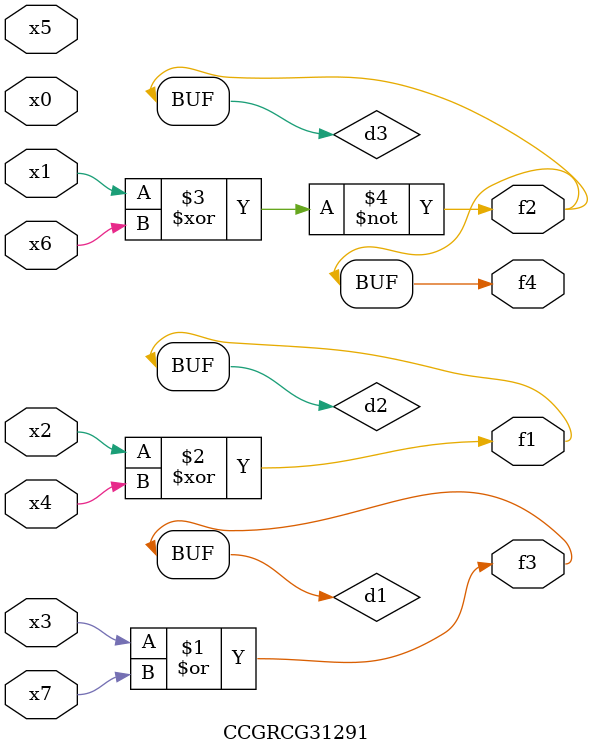
<source format=v>
module CCGRCG31291(
	input x0, x1, x2, x3, x4, x5, x6, x7,
	output f1, f2, f3, f4
);

	wire d1, d2, d3;

	or (d1, x3, x7);
	xor (d2, x2, x4);
	xnor (d3, x1, x6);
	assign f1 = d2;
	assign f2 = d3;
	assign f3 = d1;
	assign f4 = d3;
endmodule

</source>
